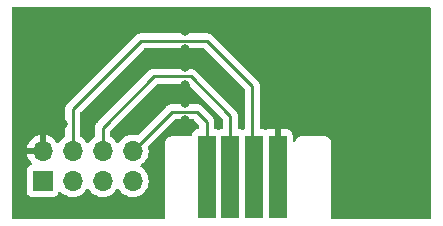
<source format=gbr>
%TF.GenerationSoftware,KiCad,Pcbnew,(6.0.4-0)*%
%TF.CreationDate,2023-01-13T21:29:05-07:00*%
%TF.ProjectId,Gamecube_SD2SP2PRO,47616d65-6375-4626-955f-534432535032,rev?*%
%TF.SameCoordinates,Original*%
%TF.FileFunction,Copper,L1,Top*%
%TF.FilePolarity,Positive*%
%FSLAX46Y46*%
G04 Gerber Fmt 4.6, Leading zero omitted, Abs format (unit mm)*
G04 Created by KiCad (PCBNEW (6.0.4-0)) date 2023-01-13 21:29:05*
%MOMM*%
%LPD*%
G01*
G04 APERTURE LIST*
%TA.AperFunction,ComponentPad*%
%ADD10R,1.700000X1.700000*%
%TD*%
%TA.AperFunction,ComponentPad*%
%ADD11O,1.700000X1.700000*%
%TD*%
%TA.AperFunction,SMDPad,CuDef*%
%ADD12R,1.500000X7.000000*%
%TD*%
%TA.AperFunction,ViaPad*%
%ADD13C,0.800000*%
%TD*%
%TA.AperFunction,Conductor*%
%ADD14C,0.250000*%
%TD*%
G04 APERTURE END LIST*
D10*
%TO.P,J1,1,Pin_1*%
%TO.N,Net-(J1-Pad1)*%
X77160286Y-116250000D03*
D11*
%TO.P,J1,2,Pin_2*%
%TO.N,/GND*%
X77160286Y-113710000D03*
%TO.P,J1,3,Pin_3*%
%TO.N,Net-(J1-Pad3)*%
X79700286Y-116250000D03*
%TO.P,J1,4,Pin_4*%
%TO.N,Net-(J1-Pad4)*%
X79700286Y-113710000D03*
%TO.P,J1,5,Pin_5*%
%TO.N,Net-(J1-Pad5)*%
X82240286Y-116250000D03*
%TO.P,J1,6,Pin_6*%
%TO.N,Net-(J1-Pad6)*%
X82240286Y-113710000D03*
%TO.P,J1,7,Pin_7*%
%TO.N,Net-(J1-Pad7)*%
X84780286Y-116250000D03*
%TO.P,J1,8,Pin_8*%
%TO.N,Net-(J1-Pad8)*%
X84780286Y-113710000D03*
%TD*%
D12*
%TO.P,P1,2,GND*%
%TO.N,/GND*%
X97064286Y-115900000D03*
%TO.P,P1,4,CLK*%
%TO.N,Net-(J1-Pad4)*%
X95064286Y-115900000D03*
%TO.P,P1,6,DI*%
%TO.N,Net-(J1-Pad6)*%
X93064286Y-115900000D03*
%TO.P,P1,8,GND*%
%TO.N,Net-(J1-Pad8)*%
X91064286Y-115900000D03*
%TD*%
D13*
%TO.N,/GND*%
X96314286Y-102313640D03*
X82880000Y-118400000D03*
X78900000Y-111400000D03*
X108400000Y-110290800D03*
X102020000Y-117600000D03*
X89200000Y-106624500D03*
X89200000Y-109624500D03*
X108400000Y-102600000D03*
X102020000Y-102700000D03*
X76500000Y-102700000D03*
X89200000Y-103599500D03*
X89200000Y-105124500D03*
X89200000Y-111124500D03*
X89200000Y-108124500D03*
X76500000Y-118400000D03*
X76500000Y-109396549D03*
X108400000Y-117500000D03*
X82880000Y-102700000D03*
X102020000Y-110390800D03*
%TD*%
D14*
%TO.N,Net-(J1-Pad4)*%
X79700286Y-110199714D02*
X85500000Y-104400000D01*
X94915489Y-108215489D02*
X94915489Y-115751203D01*
X79700286Y-113710000D02*
X79700286Y-110199714D01*
X91100000Y-104400000D02*
X94915489Y-108215489D01*
X85500000Y-104400000D02*
X91100000Y-104400000D01*
%TO.N,Net-(J1-Pad6)*%
X93064286Y-110764286D02*
X93064286Y-115900000D01*
X82240286Y-113710000D02*
X82240286Y-111759714D01*
X86600000Y-107400000D02*
X89700000Y-107400000D01*
X89700000Y-107400000D02*
X93064286Y-110764286D01*
X82240286Y-111759714D02*
X86600000Y-107400000D01*
%TO.N,Net-(J1-Pad8)*%
X90200000Y-110400000D02*
X91064286Y-111264286D01*
X88090286Y-110400000D02*
X90200000Y-110400000D01*
X84780286Y-113710000D02*
X88090286Y-110400000D01*
X91064286Y-111264286D02*
X91064286Y-115900000D01*
%TD*%
%TA.AperFunction,Conductor*%
%TO.N,/GND*%
G36*
X109997907Y-101528502D02*
G01*
X110044400Y-101582158D01*
X110055786Y-101634500D01*
X110055786Y-119365500D01*
X110035784Y-119433621D01*
X109982128Y-119480114D01*
X109929786Y-119491500D01*
X101698786Y-119491500D01*
X101630665Y-119471498D01*
X101584172Y-119417842D01*
X101572786Y-119365500D01*
X101572786Y-113008623D01*
X101572788Y-113007853D01*
X101573086Y-112959102D01*
X101573262Y-112930279D01*
X101565136Y-112901847D01*
X101561558Y-112885085D01*
X101558638Y-112864698D01*
X101557366Y-112855813D01*
X101546737Y-112832436D01*
X101540290Y-112814913D01*
X101535702Y-112798862D01*
X101533235Y-112790229D01*
X101528442Y-112782632D01*
X101517456Y-112765220D01*
X101509316Y-112750135D01*
X101506850Y-112744711D01*
X101497078Y-112723218D01*
X101480316Y-112703765D01*
X101469213Y-112688761D01*
X101455510Y-112667042D01*
X101448785Y-112661103D01*
X101448782Y-112661099D01*
X101433348Y-112647468D01*
X101421304Y-112635276D01*
X101407859Y-112619673D01*
X101407856Y-112619671D01*
X101401999Y-112612873D01*
X101388295Y-112603990D01*
X101380451Y-112598906D01*
X101365577Y-112587615D01*
X101353069Y-112576569D01*
X101353068Y-112576568D01*
X101346335Y-112570622D01*
X101319573Y-112558057D01*
X101304595Y-112549737D01*
X101287303Y-112538529D01*
X101287298Y-112538527D01*
X101279771Y-112533648D01*
X101271178Y-112531078D01*
X101271173Y-112531076D01*
X101255166Y-112526289D01*
X101237722Y-112519628D01*
X101222610Y-112512533D01*
X101222608Y-112512532D01*
X101214486Y-112508719D01*
X101205619Y-112507338D01*
X101205618Y-112507338D01*
X101194764Y-112505648D01*
X101185269Y-112504170D01*
X101168554Y-112500387D01*
X101148820Y-112494485D01*
X101148814Y-112494484D01*
X101140220Y-112491914D01*
X101131249Y-112491859D01*
X101131248Y-112491859D01*
X101121189Y-112491798D01*
X101105780Y-112491704D01*
X101104997Y-112491671D01*
X101103900Y-112491500D01*
X101072909Y-112491500D01*
X101072139Y-112491498D01*
X100998501Y-112491048D01*
X100998500Y-112491048D01*
X100994565Y-112491024D01*
X100993221Y-112491408D01*
X100991876Y-112491500D01*
X99072909Y-112491500D01*
X99072139Y-112491498D01*
X99071323Y-112491493D01*
X98994565Y-112491024D01*
X98972204Y-112497415D01*
X98966133Y-112499150D01*
X98949371Y-112502728D01*
X98920099Y-112506920D01*
X98911931Y-112510634D01*
X98911930Y-112510634D01*
X98896724Y-112517548D01*
X98879200Y-112523996D01*
X98854515Y-112531051D01*
X98846921Y-112535843D01*
X98846918Y-112535844D01*
X98829506Y-112546830D01*
X98814423Y-112554969D01*
X98787504Y-112567208D01*
X98780702Y-112573069D01*
X98768051Y-112583970D01*
X98753047Y-112595073D01*
X98731328Y-112608776D01*
X98725389Y-112615501D01*
X98725385Y-112615504D01*
X98711754Y-112630938D01*
X98699562Y-112642982D01*
X98683959Y-112656427D01*
X98683957Y-112656430D01*
X98677159Y-112662287D01*
X98672279Y-112669816D01*
X98672278Y-112669817D01*
X98663192Y-112683835D01*
X98651901Y-112698709D01*
X98642064Y-112709848D01*
X98634908Y-112717951D01*
X98628598Y-112731391D01*
X98622344Y-112744711D01*
X98614023Y-112759691D01*
X98602815Y-112776983D01*
X98602813Y-112776988D01*
X98597934Y-112784515D01*
X98595364Y-112793108D01*
X98595362Y-112793113D01*
X98590575Y-112809120D01*
X98583914Y-112826564D01*
X98576819Y-112841676D01*
X98573005Y-112849800D01*
X98571624Y-112858667D01*
X98568999Y-112867254D01*
X98565707Y-112866248D01*
X98542532Y-112915453D01*
X98482359Y-112953131D01*
X98411367Y-112952296D01*
X98352096Y-112913212D01*
X98323365Y-112848289D01*
X98322285Y-112831826D01*
X98322285Y-112355331D01*
X98321915Y-112348510D01*
X98316391Y-112297648D01*
X98312765Y-112282396D01*
X98267610Y-112161946D01*
X98259072Y-112146351D01*
X98182571Y-112044276D01*
X98170010Y-112031715D01*
X98067935Y-111955214D01*
X98052340Y-111946676D01*
X97931892Y-111901522D01*
X97916637Y-111897895D01*
X97865772Y-111892369D01*
X97858958Y-111892000D01*
X97336401Y-111892000D01*
X97321162Y-111896475D01*
X97319957Y-111897865D01*
X97318286Y-111905548D01*
X97318286Y-116028000D01*
X97298284Y-116096121D01*
X97244628Y-116142614D01*
X97192286Y-116154000D01*
X96936286Y-116154000D01*
X96868165Y-116133998D01*
X96821672Y-116080342D01*
X96810286Y-116028000D01*
X96810286Y-111910116D01*
X96805811Y-111894877D01*
X96804421Y-111893672D01*
X96796738Y-111892001D01*
X96269617Y-111892001D01*
X96262796Y-111892371D01*
X96211934Y-111897895D01*
X96196680Y-111901522D01*
X96109227Y-111934306D01*
X96038420Y-111939489D01*
X96020769Y-111934306D01*
X95932004Y-111901029D01*
X95931998Y-111901027D01*
X95924602Y-111898255D01*
X95862420Y-111891500D01*
X95674989Y-111891500D01*
X95606868Y-111871498D01*
X95560375Y-111817842D01*
X95548989Y-111765500D01*
X95548989Y-108294256D01*
X95549516Y-108283073D01*
X95551191Y-108275580D01*
X95549051Y-108207503D01*
X95548989Y-108203544D01*
X95548989Y-108175633D01*
X95548484Y-108171633D01*
X95547551Y-108159790D01*
X95546411Y-108123518D01*
X95546162Y-108115599D01*
X95540511Y-108096147D01*
X95536503Y-108076795D01*
X95534956Y-108064552D01*
X95533963Y-108056692D01*
X95524781Y-108033500D01*
X95517689Y-108015586D01*
X95513844Y-108004359D01*
X95513210Y-108002176D01*
X95501507Y-107961896D01*
X95497473Y-107955074D01*
X95497470Y-107955068D01*
X95491195Y-107944457D01*
X95482499Y-107926707D01*
X95477961Y-107915245D01*
X95477958Y-107915240D01*
X95475041Y-107907872D01*
X95449062Y-107872114D01*
X95442546Y-107862196D01*
X95424064Y-107830946D01*
X95420031Y-107824126D01*
X95405707Y-107809802D01*
X95392865Y-107794767D01*
X95380961Y-107778382D01*
X95346895Y-107750200D01*
X95338116Y-107742211D01*
X91603652Y-104007747D01*
X91596112Y-103999461D01*
X91592000Y-103992982D01*
X91542348Y-103946356D01*
X91539507Y-103943602D01*
X91519770Y-103923865D01*
X91516573Y-103921385D01*
X91507551Y-103913680D01*
X91494116Y-103901064D01*
X91475321Y-103883414D01*
X91468375Y-103879595D01*
X91468372Y-103879593D01*
X91457566Y-103873652D01*
X91441047Y-103862801D01*
X91440583Y-103862441D01*
X91425041Y-103850386D01*
X91417772Y-103847241D01*
X91417768Y-103847238D01*
X91384463Y-103832826D01*
X91373813Y-103827609D01*
X91335060Y-103806305D01*
X91315437Y-103801267D01*
X91296734Y-103794863D01*
X91285420Y-103789967D01*
X91285419Y-103789967D01*
X91278145Y-103786819D01*
X91270322Y-103785580D01*
X91270312Y-103785577D01*
X91234476Y-103779901D01*
X91222856Y-103777495D01*
X91187711Y-103768472D01*
X91187710Y-103768472D01*
X91180030Y-103766500D01*
X91159776Y-103766500D01*
X91140065Y-103764949D01*
X91127886Y-103763020D01*
X91120057Y-103761780D01*
X91090786Y-103764547D01*
X91076039Y-103765941D01*
X91064181Y-103766500D01*
X85578767Y-103766500D01*
X85567584Y-103765973D01*
X85560091Y-103764298D01*
X85552165Y-103764547D01*
X85552164Y-103764547D01*
X85492014Y-103766438D01*
X85488055Y-103766500D01*
X85460144Y-103766500D01*
X85456210Y-103766997D01*
X85456209Y-103766997D01*
X85456144Y-103767005D01*
X85444307Y-103767938D01*
X85412490Y-103768938D01*
X85408029Y-103769078D01*
X85400110Y-103769327D01*
X85382454Y-103774456D01*
X85380658Y-103774978D01*
X85361306Y-103778986D01*
X85354235Y-103779880D01*
X85341203Y-103781526D01*
X85333834Y-103784443D01*
X85333832Y-103784444D01*
X85300097Y-103797800D01*
X85288869Y-103801645D01*
X85246407Y-103813982D01*
X85239585Y-103818016D01*
X85239579Y-103818019D01*
X85228968Y-103824294D01*
X85211218Y-103832990D01*
X85199756Y-103837528D01*
X85199751Y-103837531D01*
X85192383Y-103840448D01*
X85174970Y-103853099D01*
X85156625Y-103866427D01*
X85146707Y-103872943D01*
X85135463Y-103879593D01*
X85108637Y-103895458D01*
X85094313Y-103909782D01*
X85079281Y-103922621D01*
X85062893Y-103934528D01*
X85034712Y-103968593D01*
X85026722Y-103977373D01*
X79308033Y-109696062D01*
X79299747Y-109703602D01*
X79293268Y-109707714D01*
X79287843Y-109713491D01*
X79246643Y-109757365D01*
X79243888Y-109760207D01*
X79224151Y-109779944D01*
X79221671Y-109783141D01*
X79213968Y-109792161D01*
X79183700Y-109824393D01*
X79179881Y-109831339D01*
X79179879Y-109831342D01*
X79173938Y-109842148D01*
X79163087Y-109858667D01*
X79150672Y-109874673D01*
X79147527Y-109881942D01*
X79147524Y-109881946D01*
X79133112Y-109915251D01*
X79127895Y-109925901D01*
X79106591Y-109964654D01*
X79104620Y-109972329D01*
X79104620Y-109972330D01*
X79101553Y-109984276D01*
X79095149Y-110002980D01*
X79087105Y-110021569D01*
X79085866Y-110029392D01*
X79085863Y-110029402D01*
X79080187Y-110065238D01*
X79077781Y-110076858D01*
X79066786Y-110119684D01*
X79066786Y-110139938D01*
X79065235Y-110159648D01*
X79062066Y-110179657D01*
X79062812Y-110187549D01*
X79066227Y-110223675D01*
X79066786Y-110235533D01*
X79066786Y-112431692D01*
X79046784Y-112499813D01*
X78998969Y-112543453D01*
X78973893Y-112556507D01*
X78969760Y-112559610D01*
X78969757Y-112559612D01*
X78799386Y-112687530D01*
X78795251Y-112690635D01*
X78791679Y-112694373D01*
X78645210Y-112847644D01*
X78640915Y-112852138D01*
X78638006Y-112856403D01*
X78638000Y-112856411D01*
X78625690Y-112874457D01*
X78533490Y-113009618D01*
X78533184Y-113010066D01*
X78478273Y-113055069D01*
X78407748Y-113063240D01*
X78344001Y-113031986D01*
X78323304Y-113007502D01*
X78242712Y-112882926D01*
X78236422Y-112874757D01*
X78093092Y-112717240D01*
X78085559Y-112710215D01*
X77918425Y-112578222D01*
X77909838Y-112572517D01*
X77723403Y-112469599D01*
X77713991Y-112465369D01*
X77513245Y-112394280D01*
X77503274Y-112391646D01*
X77432123Y-112378972D01*
X77418826Y-112380432D01*
X77414286Y-112394989D01*
X77414286Y-113838000D01*
X77394284Y-113906121D01*
X77340628Y-113952614D01*
X77288286Y-113964000D01*
X75843511Y-113964000D01*
X75829980Y-113967973D01*
X75828543Y-113977966D01*
X75858851Y-114112446D01*
X75861931Y-114122275D01*
X75942056Y-114319603D01*
X75946699Y-114328794D01*
X76057980Y-114510388D01*
X76064063Y-114518699D01*
X76203499Y-114679667D01*
X76210863Y-114686879D01*
X76215808Y-114690985D01*
X76255442Y-114749889D01*
X76256939Y-114820870D01*
X76219823Y-114881392D01*
X76179550Y-114905910D01*
X76071991Y-114946232D01*
X76071990Y-114946233D01*
X76063581Y-114949385D01*
X75947025Y-115036739D01*
X75859671Y-115153295D01*
X75808541Y-115289684D01*
X75801786Y-115351866D01*
X75801786Y-117148134D01*
X75808541Y-117210316D01*
X75859671Y-117346705D01*
X75947025Y-117463261D01*
X76063581Y-117550615D01*
X76199970Y-117601745D01*
X76262152Y-117608500D01*
X78058420Y-117608500D01*
X78120602Y-117601745D01*
X78256991Y-117550615D01*
X78373547Y-117463261D01*
X78460901Y-117346705D01*
X78483085Y-117287529D01*
X78504884Y-117229382D01*
X78547526Y-117172618D01*
X78614088Y-117147918D01*
X78683436Y-117163126D01*
X78718103Y-117191114D01*
X78746536Y-117223938D01*
X78918412Y-117366632D01*
X79111286Y-117479338D01*
X79319978Y-117559030D01*
X79325046Y-117560061D01*
X79325049Y-117560062D01*
X79432303Y-117581883D01*
X79538883Y-117603567D01*
X79544058Y-117603757D01*
X79544060Y-117603757D01*
X79756959Y-117611564D01*
X79756963Y-117611564D01*
X79762123Y-117611753D01*
X79767243Y-117611097D01*
X79767245Y-117611097D01*
X79978574Y-117584025D01*
X79978575Y-117584025D01*
X79983702Y-117583368D01*
X79988652Y-117581883D01*
X80192715Y-117520661D01*
X80192720Y-117520659D01*
X80197670Y-117519174D01*
X80398280Y-117420896D01*
X80580146Y-117291173D01*
X80738382Y-117133489D01*
X80868739Y-116952077D01*
X80870062Y-116953028D01*
X80916931Y-116909857D01*
X80986866Y-116897625D01*
X81052312Y-116925144D01*
X81080161Y-116956994D01*
X81140273Y-117055088D01*
X81286536Y-117223938D01*
X81458412Y-117366632D01*
X81651286Y-117479338D01*
X81859978Y-117559030D01*
X81865046Y-117560061D01*
X81865049Y-117560062D01*
X81972303Y-117581883D01*
X82078883Y-117603567D01*
X82084058Y-117603757D01*
X82084060Y-117603757D01*
X82296959Y-117611564D01*
X82296963Y-117611564D01*
X82302123Y-117611753D01*
X82307243Y-117611097D01*
X82307245Y-117611097D01*
X82518574Y-117584025D01*
X82518575Y-117584025D01*
X82523702Y-117583368D01*
X82528652Y-117581883D01*
X82732715Y-117520661D01*
X82732720Y-117520659D01*
X82737670Y-117519174D01*
X82938280Y-117420896D01*
X83120146Y-117291173D01*
X83278382Y-117133489D01*
X83408739Y-116952077D01*
X83410062Y-116953028D01*
X83456931Y-116909857D01*
X83526866Y-116897625D01*
X83592312Y-116925144D01*
X83620161Y-116956994D01*
X83680273Y-117055088D01*
X83826536Y-117223938D01*
X83998412Y-117366632D01*
X84191286Y-117479338D01*
X84399978Y-117559030D01*
X84405046Y-117560061D01*
X84405049Y-117560062D01*
X84512303Y-117581883D01*
X84618883Y-117603567D01*
X84624058Y-117603757D01*
X84624060Y-117603757D01*
X84836959Y-117611564D01*
X84836963Y-117611564D01*
X84842123Y-117611753D01*
X84847243Y-117611097D01*
X84847245Y-117611097D01*
X85058574Y-117584025D01*
X85058575Y-117584025D01*
X85063702Y-117583368D01*
X85068652Y-117581883D01*
X85272715Y-117520661D01*
X85272720Y-117520659D01*
X85277670Y-117519174D01*
X85478280Y-117420896D01*
X85660146Y-117291173D01*
X85818382Y-117133489D01*
X85948739Y-116952077D01*
X85969606Y-116909857D01*
X86045422Y-116756453D01*
X86045423Y-116756451D01*
X86047716Y-116751811D01*
X86112656Y-116538069D01*
X86141815Y-116316590D01*
X86143442Y-116250000D01*
X86125138Y-116027361D01*
X86070717Y-115810702D01*
X85981640Y-115605840D01*
X85860300Y-115418277D01*
X85709956Y-115253051D01*
X85705905Y-115249852D01*
X85705901Y-115249848D01*
X85538700Y-115117800D01*
X85538696Y-115117798D01*
X85534645Y-115114598D01*
X85493339Y-115091796D01*
X85443370Y-115041364D01*
X85428598Y-114971921D01*
X85453714Y-114905516D01*
X85481066Y-114878909D01*
X85524889Y-114847650D01*
X85660146Y-114751173D01*
X85685192Y-114726215D01*
X85814721Y-114597137D01*
X85818382Y-114593489D01*
X85948739Y-114412077D01*
X85962281Y-114384678D01*
X86045422Y-114216453D01*
X86045423Y-114216451D01*
X86047716Y-114211811D01*
X86112656Y-113998069D01*
X86141815Y-113776590D01*
X86143442Y-113710000D01*
X86125138Y-113487361D01*
X86097107Y-113375765D01*
X86099911Y-113304823D01*
X86130216Y-113255974D01*
X88315786Y-111070405D01*
X88378098Y-111036379D01*
X88404881Y-111033500D01*
X89885405Y-111033500D01*
X89953526Y-111053502D01*
X89974501Y-111070405D01*
X90393882Y-111489787D01*
X90427907Y-111552099D01*
X90430786Y-111578882D01*
X90430786Y-111765500D01*
X90410784Y-111833621D01*
X90357128Y-111880114D01*
X90304786Y-111891500D01*
X90266152Y-111891500D01*
X90203970Y-111898255D01*
X90067581Y-111949385D01*
X89951025Y-112036739D01*
X89863671Y-112153295D01*
X89812541Y-112289684D01*
X89805786Y-112351866D01*
X89805786Y-112365500D01*
X89785784Y-112433621D01*
X89732128Y-112480114D01*
X89679786Y-112491500D01*
X88072909Y-112491500D01*
X88072139Y-112491498D01*
X88071323Y-112491493D01*
X87994565Y-112491024D01*
X87972204Y-112497415D01*
X87966133Y-112499150D01*
X87949371Y-112502728D01*
X87920099Y-112506920D01*
X87911931Y-112510634D01*
X87911930Y-112510634D01*
X87896724Y-112517548D01*
X87879200Y-112523996D01*
X87854515Y-112531051D01*
X87846921Y-112535843D01*
X87846918Y-112535844D01*
X87829506Y-112546830D01*
X87814423Y-112554969D01*
X87787504Y-112567208D01*
X87780702Y-112573069D01*
X87768051Y-112583970D01*
X87753047Y-112595073D01*
X87731328Y-112608776D01*
X87725389Y-112615501D01*
X87725385Y-112615504D01*
X87711754Y-112630938D01*
X87699562Y-112642982D01*
X87683959Y-112656427D01*
X87683957Y-112656430D01*
X87677159Y-112662287D01*
X87672279Y-112669816D01*
X87672278Y-112669817D01*
X87663192Y-112683835D01*
X87651901Y-112698709D01*
X87642064Y-112709848D01*
X87634908Y-112717951D01*
X87628598Y-112731391D01*
X87622344Y-112744711D01*
X87614023Y-112759691D01*
X87602815Y-112776983D01*
X87602813Y-112776988D01*
X87597934Y-112784515D01*
X87595364Y-112793108D01*
X87595362Y-112793113D01*
X87590575Y-112809120D01*
X87583914Y-112826564D01*
X87576819Y-112841676D01*
X87573005Y-112849800D01*
X87571624Y-112858667D01*
X87571624Y-112858668D01*
X87568456Y-112879015D01*
X87564673Y-112895732D01*
X87558771Y-112915466D01*
X87558770Y-112915472D01*
X87556200Y-112924066D01*
X87556023Y-112953131D01*
X87555990Y-112958497D01*
X87555957Y-112959289D01*
X87555786Y-112960386D01*
X87555786Y-112991377D01*
X87555784Y-112992147D01*
X87555400Y-113055069D01*
X87555310Y-113069721D01*
X87555694Y-113071065D01*
X87555786Y-113072410D01*
X87555786Y-119365500D01*
X87535784Y-119433621D01*
X87482128Y-119480114D01*
X87429786Y-119491500D01*
X74698786Y-119491500D01*
X74630665Y-119471498D01*
X74584172Y-119417842D01*
X74572786Y-119365500D01*
X74572786Y-113444183D01*
X75824675Y-113444183D01*
X75826198Y-113452607D01*
X75838578Y-113456000D01*
X76888171Y-113456000D01*
X76903410Y-113451525D01*
X76904615Y-113450135D01*
X76906286Y-113442452D01*
X76906286Y-112393102D01*
X76902368Y-112379758D01*
X76888092Y-112377771D01*
X76849610Y-112383660D01*
X76839574Y-112386051D01*
X76637154Y-112452212D01*
X76627645Y-112456209D01*
X76438749Y-112554542D01*
X76430024Y-112560036D01*
X76259719Y-112687905D01*
X76252012Y-112694748D01*
X76104876Y-112848717D01*
X76098390Y-112856727D01*
X75978384Y-113032649D01*
X75973286Y-113041623D01*
X75883624Y-113234783D01*
X75880061Y-113244470D01*
X75824675Y-113444183D01*
X74572786Y-113444183D01*
X74572786Y-101634500D01*
X74592788Y-101566379D01*
X74646444Y-101519886D01*
X74698786Y-101508500D01*
X109929786Y-101508500D01*
X109997907Y-101528502D01*
G37*
%TD.AperFunction*%
%TA.AperFunction,Conductor*%
G36*
X89453527Y-108053502D02*
G01*
X89474501Y-108070405D01*
X92393881Y-110989786D01*
X92427907Y-111052098D01*
X92430786Y-111078881D01*
X92430786Y-111765500D01*
X92410784Y-111833621D01*
X92357128Y-111880114D01*
X92304786Y-111891500D01*
X92266152Y-111891500D01*
X92203970Y-111898255D01*
X92196574Y-111901027D01*
X92196568Y-111901029D01*
X92108515Y-111934039D01*
X92037708Y-111939222D01*
X92020057Y-111934039D01*
X91932004Y-111901029D01*
X91931998Y-111901027D01*
X91924602Y-111898255D01*
X91862420Y-111891500D01*
X91823786Y-111891500D01*
X91755665Y-111871498D01*
X91709172Y-111817842D01*
X91697786Y-111765500D01*
X91697786Y-111343053D01*
X91698313Y-111331870D01*
X91699988Y-111324377D01*
X91697848Y-111256300D01*
X91697786Y-111252341D01*
X91697786Y-111224430D01*
X91697281Y-111220430D01*
X91696348Y-111208587D01*
X91695208Y-111172316D01*
X91694959Y-111164397D01*
X91689307Y-111144943D01*
X91685299Y-111125586D01*
X91683754Y-111113356D01*
X91683754Y-111113355D01*
X91682760Y-111105489D01*
X91679841Y-111098116D01*
X91666482Y-111064374D01*
X91662637Y-111053144D01*
X91652515Y-111018303D01*
X91652515Y-111018302D01*
X91650304Y-111010693D01*
X91646271Y-111003874D01*
X91646269Y-111003869D01*
X91639993Y-110993258D01*
X91631298Y-110975510D01*
X91623838Y-110956669D01*
X91597850Y-110920899D01*
X91591334Y-110910979D01*
X91572866Y-110879751D01*
X91572864Y-110879748D01*
X91568828Y-110872924D01*
X91554507Y-110858603D01*
X91541666Y-110843569D01*
X91534417Y-110833592D01*
X91529758Y-110827179D01*
X91523653Y-110822128D01*
X91523648Y-110822123D01*
X91495682Y-110798987D01*
X91486904Y-110790999D01*
X90703652Y-110007747D01*
X90696112Y-109999461D01*
X90692000Y-109992982D01*
X90642348Y-109946356D01*
X90639507Y-109943602D01*
X90619770Y-109923865D01*
X90616573Y-109921385D01*
X90607551Y-109913680D01*
X90594122Y-109901069D01*
X90575321Y-109883414D01*
X90568375Y-109879595D01*
X90568372Y-109879593D01*
X90557566Y-109873652D01*
X90541047Y-109862801D01*
X90535717Y-109858667D01*
X90525041Y-109850386D01*
X90517772Y-109847241D01*
X90517768Y-109847238D01*
X90484463Y-109832826D01*
X90473813Y-109827609D01*
X90435060Y-109806305D01*
X90415437Y-109801267D01*
X90396734Y-109794863D01*
X90385420Y-109789967D01*
X90385419Y-109789967D01*
X90378145Y-109786819D01*
X90370322Y-109785580D01*
X90370312Y-109785577D01*
X90334476Y-109779901D01*
X90322856Y-109777495D01*
X90287711Y-109768472D01*
X90287710Y-109768472D01*
X90280030Y-109766500D01*
X90259776Y-109766500D01*
X90240065Y-109764949D01*
X90227886Y-109763020D01*
X90220057Y-109761780D01*
X90190786Y-109764547D01*
X90176039Y-109765941D01*
X90164181Y-109766500D01*
X88169053Y-109766500D01*
X88157870Y-109765973D01*
X88150377Y-109764298D01*
X88142451Y-109764547D01*
X88142450Y-109764547D01*
X88082287Y-109766438D01*
X88078329Y-109766500D01*
X88050430Y-109766500D01*
X88046440Y-109767004D01*
X88034606Y-109767936D01*
X87990397Y-109769326D01*
X87982783Y-109771538D01*
X87982778Y-109771539D01*
X87970945Y-109774977D01*
X87951582Y-109778988D01*
X87931489Y-109781526D01*
X87924122Y-109784443D01*
X87924117Y-109784444D01*
X87890378Y-109797802D01*
X87879151Y-109801646D01*
X87836693Y-109813982D01*
X87829867Y-109818019D01*
X87819258Y-109824293D01*
X87801510Y-109832988D01*
X87782669Y-109840448D01*
X87776253Y-109845110D01*
X87776252Y-109845110D01*
X87746899Y-109866436D01*
X87736979Y-109872952D01*
X87705751Y-109891420D01*
X87705748Y-109891422D01*
X87698924Y-109895458D01*
X87684603Y-109909779D01*
X87669570Y-109922619D01*
X87653179Y-109934528D01*
X87644503Y-109945016D01*
X87624988Y-109968605D01*
X87616998Y-109977384D01*
X85237631Y-112356750D01*
X85175319Y-112390776D01*
X85126440Y-112391702D01*
X84913659Y-112353800D01*
X84913653Y-112353799D01*
X84908570Y-112352894D01*
X84834738Y-112351992D01*
X84690367Y-112350228D01*
X84690365Y-112350228D01*
X84685197Y-112350165D01*
X84464377Y-112383955D01*
X84252042Y-112453357D01*
X84200642Y-112480114D01*
X84078261Y-112543822D01*
X84053893Y-112556507D01*
X84049760Y-112559610D01*
X84049757Y-112559612D01*
X83879386Y-112687530D01*
X83875251Y-112690635D01*
X83871679Y-112694373D01*
X83725210Y-112847644D01*
X83720915Y-112852138D01*
X83613487Y-113009621D01*
X83558579Y-113054621D01*
X83488054Y-113062792D01*
X83424307Y-113031538D01*
X83403610Y-113007054D01*
X83323108Y-112882617D01*
X83323106Y-112882614D01*
X83320300Y-112878277D01*
X83169956Y-112713051D01*
X83165905Y-112709852D01*
X83165901Y-112709848D01*
X82998700Y-112577800D01*
X82998696Y-112577798D01*
X82994645Y-112574598D01*
X82990121Y-112572101D01*
X82990117Y-112572098D01*
X82938894Y-112543822D01*
X82888922Y-112493390D01*
X82873786Y-112433513D01*
X82873786Y-112074308D01*
X82893788Y-112006187D01*
X82910691Y-111985213D01*
X86825499Y-108070405D01*
X86887811Y-108036379D01*
X86914594Y-108033500D01*
X89385406Y-108033500D01*
X89453527Y-108053502D01*
G37*
%TD.AperFunction*%
%TA.AperFunction,Conductor*%
G36*
X90853527Y-105053502D02*
G01*
X90874501Y-105070405D01*
X94245084Y-108440988D01*
X94279110Y-108503300D01*
X94281989Y-108530083D01*
X94281989Y-111781679D01*
X94261987Y-111849800D01*
X94208331Y-111896293D01*
X94200219Y-111899661D01*
X94108516Y-111934039D01*
X94037708Y-111939222D01*
X94020057Y-111934039D01*
X93932004Y-111901029D01*
X93931998Y-111901027D01*
X93924602Y-111898255D01*
X93862420Y-111891500D01*
X93823786Y-111891500D01*
X93755665Y-111871498D01*
X93709172Y-111817842D01*
X93697786Y-111765500D01*
X93697786Y-110843053D01*
X93698313Y-110831870D01*
X93699988Y-110824377D01*
X93697848Y-110756286D01*
X93697786Y-110752329D01*
X93697786Y-110724430D01*
X93697282Y-110720439D01*
X93696349Y-110708597D01*
X93695209Y-110672322D01*
X93694960Y-110664397D01*
X93692748Y-110656783D01*
X93692747Y-110656778D01*
X93689309Y-110644945D01*
X93685298Y-110625581D01*
X93683753Y-110613350D01*
X93682760Y-110605489D01*
X93679843Y-110598122D01*
X93679842Y-110598117D01*
X93666484Y-110564378D01*
X93662640Y-110553151D01*
X93652516Y-110518308D01*
X93650304Y-110510693D01*
X93639993Y-110493258D01*
X93631298Y-110475510D01*
X93623838Y-110456669D01*
X93597850Y-110420899D01*
X93591334Y-110410979D01*
X93572866Y-110379751D01*
X93572864Y-110379748D01*
X93568828Y-110372924D01*
X93554507Y-110358603D01*
X93541666Y-110343569D01*
X93534417Y-110333592D01*
X93529758Y-110327179D01*
X93495681Y-110298988D01*
X93486902Y-110290998D01*
X90203652Y-107007747D01*
X90196112Y-106999461D01*
X90192000Y-106992982D01*
X90142348Y-106946356D01*
X90139507Y-106943602D01*
X90119770Y-106923865D01*
X90116573Y-106921385D01*
X90107551Y-106913680D01*
X90103397Y-106909779D01*
X90075321Y-106883414D01*
X90068375Y-106879595D01*
X90068372Y-106879593D01*
X90057566Y-106873652D01*
X90041047Y-106862801D01*
X90040583Y-106862441D01*
X90025041Y-106850386D01*
X90017772Y-106847241D01*
X90017768Y-106847238D01*
X89984463Y-106832826D01*
X89973813Y-106827609D01*
X89935060Y-106806305D01*
X89915437Y-106801267D01*
X89896734Y-106794863D01*
X89885420Y-106789967D01*
X89885419Y-106789967D01*
X89878145Y-106786819D01*
X89870322Y-106785580D01*
X89870312Y-106785577D01*
X89834476Y-106779901D01*
X89822856Y-106777495D01*
X89787711Y-106768472D01*
X89787710Y-106768472D01*
X89780030Y-106766500D01*
X89759776Y-106766500D01*
X89740065Y-106764949D01*
X89727886Y-106763020D01*
X89720057Y-106761780D01*
X89690786Y-106764547D01*
X89676039Y-106765941D01*
X89664181Y-106766500D01*
X86678768Y-106766500D01*
X86667585Y-106765973D01*
X86660092Y-106764298D01*
X86652166Y-106764547D01*
X86652165Y-106764547D01*
X86592002Y-106766438D01*
X86588044Y-106766500D01*
X86560144Y-106766500D01*
X86556154Y-106767004D01*
X86544320Y-106767936D01*
X86500111Y-106769326D01*
X86492495Y-106771539D01*
X86492493Y-106771539D01*
X86480652Y-106774979D01*
X86461293Y-106778988D01*
X86459983Y-106779154D01*
X86441203Y-106781526D01*
X86433837Y-106784442D01*
X86433831Y-106784444D01*
X86400098Y-106797800D01*
X86388868Y-106801645D01*
X86372828Y-106806305D01*
X86346407Y-106813981D01*
X86339584Y-106818016D01*
X86328966Y-106824295D01*
X86311213Y-106832992D01*
X86303568Y-106836019D01*
X86292383Y-106840448D01*
X86278705Y-106850386D01*
X86256612Y-106866437D01*
X86246695Y-106872951D01*
X86208638Y-106895458D01*
X86194317Y-106909779D01*
X86179284Y-106922619D01*
X86162893Y-106934528D01*
X86154217Y-106945016D01*
X86134702Y-106968605D01*
X86126712Y-106977384D01*
X81848033Y-111256062D01*
X81839747Y-111263602D01*
X81833268Y-111267714D01*
X81827843Y-111273491D01*
X81786643Y-111317365D01*
X81783888Y-111320207D01*
X81764151Y-111339944D01*
X81761671Y-111343141D01*
X81753968Y-111352161D01*
X81723700Y-111384393D01*
X81719881Y-111391339D01*
X81719879Y-111391342D01*
X81713938Y-111402148D01*
X81703087Y-111418667D01*
X81690672Y-111434673D01*
X81687527Y-111441942D01*
X81687524Y-111441946D01*
X81673112Y-111475251D01*
X81667895Y-111485901D01*
X81646591Y-111524654D01*
X81644620Y-111532329D01*
X81644620Y-111532330D01*
X81641553Y-111544276D01*
X81635149Y-111562980D01*
X81627105Y-111581569D01*
X81625866Y-111589392D01*
X81625863Y-111589402D01*
X81620187Y-111625238D01*
X81617781Y-111636858D01*
X81606786Y-111679684D01*
X81606786Y-111699938D01*
X81605235Y-111719648D01*
X81602066Y-111739657D01*
X81602812Y-111747549D01*
X81606227Y-111783675D01*
X81606786Y-111795533D01*
X81606786Y-112431692D01*
X81586784Y-112499813D01*
X81538969Y-112543453D01*
X81513893Y-112556507D01*
X81509760Y-112559610D01*
X81509757Y-112559612D01*
X81339386Y-112687530D01*
X81335251Y-112690635D01*
X81331679Y-112694373D01*
X81185210Y-112847644D01*
X81180915Y-112852138D01*
X81073487Y-113009621D01*
X81018579Y-113054621D01*
X80948054Y-113062792D01*
X80884307Y-113031538D01*
X80863610Y-113007054D01*
X80783108Y-112882617D01*
X80783106Y-112882614D01*
X80780300Y-112878277D01*
X80629956Y-112713051D01*
X80625905Y-112709852D01*
X80625901Y-112709848D01*
X80458700Y-112577800D01*
X80458696Y-112577798D01*
X80454645Y-112574598D01*
X80450121Y-112572101D01*
X80450117Y-112572098D01*
X80398894Y-112543822D01*
X80348922Y-112493390D01*
X80333786Y-112433513D01*
X80333786Y-110514308D01*
X80353788Y-110446187D01*
X80370691Y-110425213D01*
X85725499Y-105070405D01*
X85787811Y-105036379D01*
X85814594Y-105033500D01*
X90785406Y-105033500D01*
X90853527Y-105053502D01*
G37*
%TD.AperFunction*%
%TD*%
M02*

</source>
